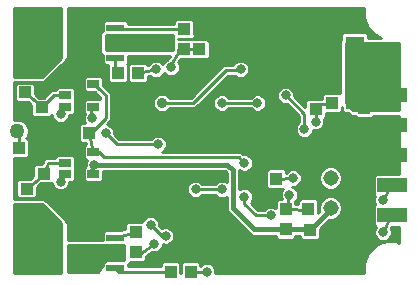
<source format=gbl>
G75*
%MOIN*%
%OFA0B0*%
%FSLAX25Y25*%
%IPPOS*%
%LPD*%
%AMOC8*
5,1,8,0,0,1.08239X$1,22.5*
%
%ADD10R,0.06299X0.07087*%
%ADD11R,0.03937X0.04331*%
%ADD12R,0.04331X0.03937*%
%ADD13R,0.10000X0.05000*%
%ADD14OC8,0.06000*%
%ADD15R,0.06000X0.02400*%
%ADD16C,0.05150*%
%ADD17R,0.03937X0.02756*%
%ADD18C,0.05000*%
%ADD19C,0.01000*%
%ADD20C,0.03569*%
%ADD21C,0.03175*%
%ADD22C,0.01600*%
%ADD23C,0.03962*%
D10*
X0115988Y0098997D03*
X0115988Y0107747D03*
X0127012Y0107747D03*
X0127012Y0098997D03*
D11*
X0126096Y0088997D03*
X0130250Y0087343D03*
X0130250Y0080650D03*
X0119404Y0088997D03*
X0100875Y0070468D03*
X0100875Y0063775D03*
X0104000Y0053593D03*
X0104000Y0046900D03*
X0111500Y0053775D03*
X0112125Y0046718D03*
X0112125Y0040025D03*
X0111500Y0060468D03*
X0072346Y0032747D03*
X0065654Y0032747D03*
X0054846Y0098997D03*
X0048154Y0098997D03*
D12*
X0038596Y0078997D03*
X0031904Y0078997D03*
X0021721Y0073997D03*
X0015029Y0073997D03*
X0023375Y0065468D03*
X0023375Y0058775D03*
X0017750Y0060468D03*
X0017750Y0053775D03*
X0022750Y0087525D03*
X0017125Y0092525D03*
X0022750Y0094218D03*
X0017125Y0099218D03*
X0070250Y0106900D03*
X0075250Y0106900D03*
X0075250Y0113593D03*
X0070250Y0113593D03*
X0114000Y0093593D03*
X0114000Y0086900D03*
X0054000Y0046093D03*
X0054000Y0039400D03*
D13*
X0139625Y0051497D03*
X0139625Y0061497D03*
X0139625Y0071497D03*
X0139625Y0081497D03*
X0139625Y0091497D03*
D14*
X0019000Y0111497D03*
X0019000Y0041497D03*
D15*
X0025700Y0043997D03*
X0025700Y0048997D03*
X0025700Y0038997D03*
X0025700Y0033997D03*
X0047300Y0033997D03*
X0047300Y0038997D03*
X0047300Y0043997D03*
X0047300Y0048997D03*
X0047300Y0103997D03*
X0047300Y0108997D03*
X0047300Y0113997D03*
X0047300Y0118997D03*
X0025700Y0118997D03*
X0025700Y0113997D03*
X0025700Y0108997D03*
X0025700Y0103997D03*
D16*
X0119000Y0073997D03*
X0119000Y0063997D03*
X0119000Y0053997D03*
D17*
X0039974Y0065257D03*
X0039974Y0072737D03*
X0030526Y0072737D03*
X0030526Y0068997D03*
X0030526Y0065257D03*
X0030526Y0087757D03*
X0030526Y0091497D03*
X0030526Y0095237D03*
X0039974Y0095237D03*
X0039974Y0087757D03*
D18*
X0014625Y0079622D03*
D19*
X0013500Y0055247D02*
X0013500Y0032247D01*
X0029000Y0032247D01*
X0029000Y0048997D01*
X0029000Y0032747D01*
X0014000Y0032747D01*
X0014000Y0055247D01*
X0022750Y0055247D01*
X0029000Y0048997D01*
X0022750Y0055247D01*
X0013500Y0055247D01*
X0013500Y0054707D02*
X0023290Y0054707D01*
X0024289Y0053708D02*
X0013500Y0053708D01*
X0013500Y0052710D02*
X0025287Y0052710D01*
X0026286Y0051711D02*
X0013500Y0051711D01*
X0013500Y0050712D02*
X0027284Y0050712D01*
X0028283Y0049714D02*
X0013500Y0049714D01*
X0013500Y0048715D02*
X0029000Y0048715D01*
X0029000Y0047717D02*
X0013500Y0047717D01*
X0013500Y0046718D02*
X0029000Y0046718D01*
X0029000Y0045720D02*
X0013500Y0045720D01*
X0013500Y0044721D02*
X0029000Y0044721D01*
X0029000Y0043723D02*
X0013500Y0043723D01*
X0013500Y0042724D02*
X0029000Y0042724D01*
X0029000Y0041726D02*
X0013500Y0041726D01*
X0013500Y0040727D02*
X0029000Y0040727D01*
X0029000Y0039729D02*
X0013500Y0039729D01*
X0013500Y0038730D02*
X0029000Y0038730D01*
X0029000Y0037732D02*
X0013500Y0037732D01*
X0013500Y0036733D02*
X0029000Y0036733D01*
X0029000Y0035735D02*
X0013500Y0035735D01*
X0013500Y0034736D02*
X0029000Y0034736D01*
X0029000Y0033738D02*
X0013500Y0033738D01*
X0013500Y0032739D02*
X0029000Y0032739D01*
X0031500Y0032747D02*
X0031500Y0041497D01*
X0050250Y0041497D01*
X0050250Y0036497D01*
X0044000Y0036497D01*
X0044000Y0036497D01*
X0040250Y0032747D01*
X0031500Y0032747D01*
X0041500Y0032747D01*
X0043000Y0034997D01*
X0043000Y0035735D01*
X0031500Y0035735D01*
X0031500Y0036733D02*
X0050250Y0036733D01*
X0050250Y0036497D02*
X0044000Y0036497D01*
X0043762Y0036497D01*
X0043000Y0035735D01*
X0042826Y0034736D02*
X0031500Y0034736D01*
X0031500Y0033738D02*
X0042161Y0033738D01*
X0047300Y0033997D02*
X0048550Y0032747D01*
X0065654Y0032747D01*
X0062385Y0034547D02*
X0062385Y0035451D01*
X0063147Y0036212D01*
X0068161Y0036212D01*
X0068922Y0035451D01*
X0068922Y0032247D01*
X0069078Y0032247D01*
X0069078Y0035451D01*
X0069839Y0036212D01*
X0074853Y0036212D01*
X0075615Y0035451D01*
X0075615Y0034695D01*
X0076114Y0035195D01*
X0077176Y0035634D01*
X0078324Y0035634D01*
X0079386Y0035195D01*
X0080198Y0034382D01*
X0080637Y0033321D01*
X0080637Y0032247D01*
X0130169Y0032247D01*
X0130169Y0035753D01*
X0131514Y0038999D01*
X0133998Y0041483D01*
X0137243Y0042827D01*
X0140757Y0042827D01*
X0141951Y0042333D01*
X0141951Y0047697D01*
X0139281Y0047697D01*
X0139068Y0047217D01*
X0139387Y0046446D01*
X0139387Y0045297D01*
X0138948Y0044236D01*
X0138136Y0043424D01*
X0137074Y0042984D01*
X0135926Y0042984D01*
X0134864Y0043424D01*
X0134052Y0044236D01*
X0133613Y0045297D01*
X0133613Y0046446D01*
X0134052Y0047507D01*
X0134242Y0047697D01*
X0134087Y0047697D01*
X0133325Y0048458D01*
X0133325Y0054535D01*
X0133935Y0055145D01*
X0133613Y0055922D01*
X0133613Y0057071D01*
X0133935Y0057849D01*
X0133325Y0058458D01*
X0133325Y0064535D01*
X0134087Y0065297D01*
X0141951Y0065297D01*
X0141951Y0084697D01*
X0133518Y0084697D01*
X0133518Y0084639D01*
X0132757Y0083878D01*
X0127743Y0083878D01*
X0126981Y0084639D01*
X0126981Y0084697D01*
X0125754Y0084697D01*
X0124920Y0085531D01*
X0123589Y0085531D01*
X0122828Y0086293D01*
X0122828Y0087623D01*
X0122672Y0087779D01*
X0122672Y0086293D01*
X0121911Y0085531D01*
X0117465Y0085531D01*
X0117465Y0084393D01*
X0116743Y0083671D01*
X0116887Y0083321D01*
X0116887Y0082172D01*
X0116448Y0081111D01*
X0115636Y0080299D01*
X0114574Y0079859D01*
X0113426Y0079859D01*
X0113137Y0079979D01*
X0113137Y0079672D01*
X0112698Y0078611D01*
X0111886Y0077799D01*
X0110824Y0077359D01*
X0109676Y0077359D01*
X0108614Y0077799D01*
X0107802Y0078611D01*
X0107363Y0079672D01*
X0107363Y0080821D01*
X0107802Y0081882D01*
X0108450Y0082530D01*
X0108450Y0084501D01*
X0104342Y0088609D01*
X0103426Y0088609D01*
X0102364Y0089049D01*
X0101552Y0089861D01*
X0101113Y0090922D01*
X0101113Y0092071D01*
X0101552Y0093132D01*
X0102364Y0093945D01*
X0103426Y0094384D01*
X0104574Y0094384D01*
X0105636Y0093945D01*
X0106448Y0093132D01*
X0106887Y0092071D01*
X0106887Y0091155D01*
X0110535Y0087508D01*
X0110535Y0089407D01*
X0111296Y0090169D01*
X0115385Y0090169D01*
X0116135Y0090290D01*
X0116135Y0091701D01*
X0116897Y0092462D01*
X0121911Y0092462D01*
X0122200Y0092173D01*
X0122200Y0109742D01*
X0122562Y0110105D01*
X0122562Y0111829D01*
X0123324Y0112590D01*
X0130700Y0112590D01*
X0131461Y0111829D01*
X0131461Y0110797D01*
X0135721Y0110797D01*
X0133998Y0111510D01*
X0131514Y0113995D01*
X0130169Y0117240D01*
X0130169Y0120707D01*
X0031500Y0120707D01*
X0031500Y0103997D01*
X0030800Y0103297D01*
X0030800Y0103251D01*
X0030000Y0102451D01*
X0030000Y0102258D01*
X0029238Y0101497D01*
X0029046Y0101497D01*
X0024550Y0097001D01*
X0023496Y0095947D01*
X0013500Y0095947D01*
X0013500Y0083269D01*
X0013869Y0083422D01*
X0015381Y0083422D01*
X0016778Y0082843D01*
X0017846Y0081774D01*
X0018425Y0080378D01*
X0018425Y0078866D01*
X0017846Y0077469D01*
X0017642Y0077265D01*
X0017732Y0077265D01*
X0018494Y0076504D01*
X0018494Y0071490D01*
X0017732Y0070728D01*
X0013500Y0070728D01*
X0013500Y0057047D01*
X0023496Y0057047D01*
X0029046Y0051497D01*
X0029238Y0051497D01*
X0030000Y0050735D01*
X0030000Y0050542D01*
X0030800Y0049742D01*
X0030800Y0049697D01*
X0031500Y0048997D01*
X0031500Y0043297D01*
X0043000Y0043297D01*
X0043000Y0045735D01*
X0043762Y0046497D01*
X0048836Y0046497D01*
X0050535Y0046980D01*
X0050535Y0048600D01*
X0051296Y0049362D01*
X0056285Y0049362D01*
X0056552Y0050007D01*
X0057364Y0050820D01*
X0058426Y0051259D01*
X0059574Y0051259D01*
X0060636Y0050820D01*
X0061448Y0050007D01*
X0061887Y0048946D01*
X0061887Y0048030D01*
X0062706Y0047211D01*
X0063426Y0047509D01*
X0064574Y0047509D01*
X0065636Y0047070D01*
X0066448Y0046257D01*
X0066887Y0045196D01*
X0066887Y0044047D01*
X0066448Y0042986D01*
X0065636Y0042174D01*
X0064574Y0041734D01*
X0063426Y0041734D01*
X0063137Y0041854D01*
X0063137Y0041547D01*
X0062698Y0040486D01*
X0061886Y0039674D01*
X0060824Y0039234D01*
X0059676Y0039234D01*
X0059383Y0039356D01*
X0057465Y0038052D01*
X0057465Y0036893D01*
X0056704Y0036132D01*
X0052050Y0036132D01*
X0052050Y0035751D01*
X0051600Y0035301D01*
X0051600Y0034547D01*
X0062385Y0034547D01*
X0062385Y0034736D02*
X0051600Y0034736D01*
X0052034Y0035735D02*
X0062669Y0035735D01*
X0058463Y0038730D02*
X0131402Y0038730D01*
X0130989Y0037732D02*
X0057465Y0037732D01*
X0057305Y0036733D02*
X0130575Y0036733D01*
X0130169Y0035735D02*
X0075331Y0035735D01*
X0075615Y0034736D02*
X0075656Y0034736D01*
X0077750Y0032747D02*
X0072346Y0032747D01*
X0069078Y0032739D02*
X0068922Y0032739D01*
X0068922Y0033738D02*
X0069078Y0033738D01*
X0069078Y0034736D02*
X0068922Y0034736D01*
X0068638Y0035735D02*
X0069362Y0035735D01*
X0062798Y0040727D02*
X0133242Y0040727D01*
X0132244Y0039729D02*
X0061941Y0039729D01*
X0063137Y0041726D02*
X0134584Y0041726D01*
X0134565Y0043723D02*
X0115102Y0043723D01*
X0115393Y0044014D02*
X0115393Y0047017D01*
X0118499Y0050122D01*
X0119771Y0050122D01*
X0121195Y0050712D01*
X0122285Y0051802D01*
X0122875Y0053226D01*
X0122875Y0054767D01*
X0122285Y0056192D01*
X0121195Y0057282D01*
X0119771Y0057872D01*
X0118229Y0057872D01*
X0116805Y0057282D01*
X0115715Y0056192D01*
X0115125Y0054767D01*
X0115125Y0053226D01*
X0115283Y0052846D01*
X0114768Y0052332D01*
X0114768Y0056479D01*
X0114007Y0057241D01*
X0108993Y0057241D01*
X0108231Y0056479D01*
X0108231Y0055160D01*
X0107268Y0055214D01*
X0107268Y0056297D01*
X0107264Y0056302D01*
X0107698Y0056736D01*
X0108137Y0057797D01*
X0108137Y0058946D01*
X0107698Y0060007D01*
X0106886Y0060820D01*
X0106186Y0061109D01*
X0107074Y0061109D01*
X0108136Y0061549D01*
X0108948Y0062361D01*
X0109387Y0063422D01*
X0109387Y0064571D01*
X0108948Y0065632D01*
X0108136Y0066445D01*
X0107074Y0066884D01*
X0105926Y0066884D01*
X0104864Y0066445D01*
X0104143Y0065724D01*
X0104143Y0066479D01*
X0103382Y0067241D01*
X0098368Y0067241D01*
X0097606Y0066479D01*
X0097606Y0061071D01*
X0098368Y0060310D01*
X0103105Y0060310D01*
X0102802Y0060007D01*
X0102363Y0058946D01*
X0102363Y0057797D01*
X0102669Y0057059D01*
X0101493Y0057059D01*
X0100731Y0056297D01*
X0100731Y0053849D01*
X0100636Y0053945D01*
X0099574Y0054384D01*
X0098426Y0054384D01*
X0097364Y0053945D01*
X0096717Y0053297D01*
X0094746Y0053297D01*
X0092314Y0055728D01*
X0092698Y0056111D01*
X0093137Y0057172D01*
X0093137Y0058321D01*
X0092698Y0059382D01*
X0091886Y0060195D01*
X0090824Y0060634D01*
X0089676Y0060634D01*
X0088614Y0060195D01*
X0088600Y0060180D01*
X0088600Y0066563D01*
X0088614Y0066549D01*
X0089676Y0066109D01*
X0090824Y0066109D01*
X0091886Y0066549D01*
X0092698Y0067361D01*
X0093137Y0068422D01*
X0093137Y0069571D01*
X0092698Y0070632D01*
X0091886Y0071445D01*
X0090824Y0071884D01*
X0089908Y0071884D01*
X0089121Y0072672D01*
X0062828Y0072672D01*
X0063136Y0072799D01*
X0063948Y0073611D01*
X0064387Y0074672D01*
X0064387Y0075821D01*
X0063948Y0076882D01*
X0063136Y0077695D01*
X0062074Y0078134D01*
X0060926Y0078134D01*
X0059864Y0077695D01*
X0059217Y0077047D01*
X0048496Y0077047D01*
X0046887Y0078655D01*
X0046887Y0079571D01*
X0046448Y0080632D01*
X0045636Y0081445D01*
X0044574Y0081884D01*
X0044433Y0081884D01*
X0045800Y0083251D01*
X0045800Y0092242D01*
X0044746Y0093297D01*
X0043243Y0094799D01*
X0043243Y0097153D01*
X0042481Y0097915D01*
X0037467Y0097915D01*
X0036706Y0097153D01*
X0036706Y0093320D01*
X0037467Y0092559D01*
X0040392Y0092559D01*
X0042200Y0090751D01*
X0042200Y0090435D01*
X0037467Y0090435D01*
X0036706Y0089673D01*
X0036706Y0085840D01*
X0037100Y0085446D01*
X0036738Y0084571D01*
X0036738Y0083422D01*
X0037177Y0082361D01*
X0037273Y0082265D01*
X0035893Y0082265D01*
X0035131Y0081504D01*
X0035131Y0076490D01*
X0035893Y0075728D01*
X0037379Y0075728D01*
X0037443Y0075390D01*
X0036706Y0074653D01*
X0036706Y0070820D01*
X0037467Y0070059D01*
X0037854Y0070059D01*
X0037802Y0070007D01*
X0037363Y0068946D01*
X0037363Y0067830D01*
X0036706Y0067173D01*
X0036706Y0063340D01*
X0037467Y0062579D01*
X0042481Y0062579D01*
X0043243Y0063340D01*
X0043243Y0066272D01*
X0083755Y0066272D01*
X0084400Y0065627D01*
X0084400Y0062680D01*
X0084386Y0062695D01*
X0083324Y0063134D01*
X0082176Y0063134D01*
X0081114Y0062695D01*
X0080467Y0062047D01*
X0076283Y0062047D01*
X0075636Y0062695D01*
X0074574Y0063134D01*
X0073426Y0063134D01*
X0072364Y0062695D01*
X0071552Y0061882D01*
X0071113Y0060821D01*
X0071113Y0059672D01*
X0071552Y0058611D01*
X0072364Y0057799D01*
X0073426Y0057359D01*
X0074574Y0057359D01*
X0075636Y0057799D01*
X0076283Y0058447D01*
X0080467Y0058447D01*
X0081114Y0057799D01*
X0082176Y0057359D01*
X0083324Y0057359D01*
X0084386Y0057799D01*
X0084400Y0057813D01*
X0084400Y0053127D01*
X0085630Y0051897D01*
X0091496Y0046030D01*
X0092727Y0044800D01*
X0100731Y0044800D01*
X0100731Y0044196D01*
X0101493Y0043435D01*
X0106507Y0043435D01*
X0107268Y0044196D01*
X0107268Y0044800D01*
X0108856Y0044800D01*
X0108856Y0044014D01*
X0109618Y0043253D01*
X0114632Y0043253D01*
X0115393Y0044014D01*
X0115393Y0044721D02*
X0133851Y0044721D01*
X0133613Y0045720D02*
X0115393Y0045720D01*
X0115393Y0046718D02*
X0133725Y0046718D01*
X0134066Y0047717D02*
X0116094Y0047717D01*
X0117092Y0048715D02*
X0133325Y0048715D01*
X0133325Y0049714D02*
X0118091Y0049714D01*
X0121196Y0050712D02*
X0133325Y0050712D01*
X0133325Y0051711D02*
X0122194Y0051711D01*
X0122661Y0052710D02*
X0133325Y0052710D01*
X0133325Y0053708D02*
X0122875Y0053708D01*
X0122875Y0054707D02*
X0133496Y0054707D01*
X0133703Y0055705D02*
X0122486Y0055705D01*
X0121773Y0056704D02*
X0133613Y0056704D01*
X0133874Y0057702D02*
X0120180Y0057702D01*
X0117820Y0057702D02*
X0108098Y0057702D01*
X0108137Y0058701D02*
X0133325Y0058701D01*
X0133325Y0059699D02*
X0107825Y0059699D01*
X0107008Y0060698D02*
X0116839Y0060698D01*
X0116805Y0060712D02*
X0118229Y0060122D01*
X0119771Y0060122D01*
X0121195Y0060712D01*
X0122285Y0061802D01*
X0122875Y0063226D01*
X0122875Y0064767D01*
X0122285Y0066192D01*
X0121195Y0067282D01*
X0119771Y0067872D01*
X0118229Y0067872D01*
X0116805Y0067282D01*
X0115715Y0066192D01*
X0115125Y0064767D01*
X0115125Y0063226D01*
X0115715Y0061802D01*
X0116805Y0060712D01*
X0115821Y0061696D02*
X0108283Y0061696D01*
X0109086Y0062695D02*
X0115345Y0062695D01*
X0115125Y0063693D02*
X0109387Y0063693D01*
X0109337Y0064692D02*
X0115125Y0064692D01*
X0115507Y0065690D02*
X0108890Y0065690D01*
X0107546Y0066689D02*
X0116212Y0066689D01*
X0117784Y0067687D02*
X0092833Y0067687D01*
X0093137Y0068686D02*
X0141951Y0068686D01*
X0141951Y0069684D02*
X0093091Y0069684D01*
X0092647Y0070683D02*
X0141951Y0070683D01*
X0141951Y0071681D02*
X0091314Y0071681D01*
X0090250Y0068997D02*
X0088375Y0070872D01*
X0043596Y0070872D01*
X0041731Y0072737D01*
X0039974Y0072737D01*
X0039846Y0072343D01*
X0038596Y0078997D01*
X0039000Y0078997D01*
X0044000Y0083997D01*
X0044000Y0091497D01*
X0041441Y0094056D01*
X0039974Y0095237D01*
X0042754Y0097643D02*
X0044885Y0097643D01*
X0044885Y0098641D02*
X0026190Y0098641D01*
X0027188Y0099640D02*
X0044885Y0099640D01*
X0044885Y0100638D02*
X0028187Y0100638D01*
X0029378Y0101637D02*
X0043622Y0101637D01*
X0043762Y0101497D02*
X0044885Y0101497D01*
X0044885Y0096293D01*
X0045647Y0095531D01*
X0050661Y0095531D01*
X0051422Y0096293D01*
X0051422Y0101701D01*
X0051232Y0101890D01*
X0051600Y0102258D01*
X0051600Y0104697D01*
X0065395Y0104697D01*
X0064603Y0103470D01*
X0064239Y0103320D01*
X0063427Y0102507D01*
X0063214Y0101992D01*
X0062511Y0102695D01*
X0061449Y0103134D01*
X0060301Y0103134D01*
X0059239Y0102695D01*
X0058427Y0101882D01*
X0058289Y0101549D01*
X0058115Y0101513D01*
X0058115Y0101701D01*
X0057353Y0102462D01*
X0052339Y0102462D01*
X0051578Y0101701D01*
X0051578Y0096293D01*
X0052339Y0095531D01*
X0057353Y0095531D01*
X0058115Y0096293D01*
X0058115Y0097836D01*
X0059015Y0098023D01*
X0059239Y0097799D01*
X0060301Y0097359D01*
X0061449Y0097359D01*
X0062511Y0097799D01*
X0063323Y0098611D01*
X0063536Y0099127D01*
X0064239Y0098424D01*
X0065301Y0097984D01*
X0066449Y0097984D01*
X0067511Y0098424D01*
X0068323Y0099236D01*
X0068762Y0100297D01*
X0068762Y0101446D01*
X0068323Y0102507D01*
X0068289Y0102541D01*
X0068993Y0103632D01*
X0077954Y0103632D01*
X0078715Y0104393D01*
X0078715Y0109407D01*
X0077954Y0110169D01*
X0068300Y0110169D01*
X0068300Y0110325D01*
X0072954Y0110325D01*
X0073715Y0111086D01*
X0073715Y0116100D01*
X0072954Y0116862D01*
X0067546Y0116862D01*
X0066785Y0116100D01*
X0066785Y0115393D01*
X0051600Y0115393D01*
X0051600Y0115735D01*
X0050838Y0116497D01*
X0043762Y0116497D01*
X0043000Y0115735D01*
X0043000Y0113042D01*
X0042200Y0112242D01*
X0042200Y0105751D01*
X0043000Y0104951D01*
X0043000Y0102258D01*
X0043762Y0101497D01*
X0043000Y0102635D02*
X0030184Y0102635D01*
X0031137Y0103634D02*
X0043000Y0103634D01*
X0043000Y0104632D02*
X0031500Y0104632D01*
X0031500Y0105631D02*
X0042321Y0105631D01*
X0042200Y0106629D02*
X0031500Y0106629D01*
X0031500Y0107628D02*
X0042200Y0107628D01*
X0042200Y0108626D02*
X0031500Y0108626D01*
X0031500Y0109625D02*
X0042200Y0109625D01*
X0042200Y0110623D02*
X0031500Y0110623D01*
X0031500Y0111622D02*
X0042200Y0111622D01*
X0042578Y0112620D02*
X0031500Y0112620D01*
X0031500Y0113619D02*
X0043000Y0113619D01*
X0043000Y0114617D02*
X0031500Y0114617D01*
X0031500Y0115616D02*
X0043000Y0115616D01*
X0044000Y0111497D02*
X0065250Y0111497D01*
X0065250Y0106497D01*
X0044000Y0106497D01*
X0044000Y0110247D01*
X0044000Y0110623D02*
X0066500Y0110623D01*
X0066500Y0111497D02*
X0066500Y0107747D01*
X0066500Y0107792D02*
X0066354Y0107646D01*
X0066354Y0106497D01*
X0044000Y0106497D01*
X0044000Y0111497D01*
X0066500Y0111497D01*
X0066500Y0107792D01*
X0066354Y0107628D02*
X0044000Y0107628D01*
X0044000Y0108626D02*
X0066500Y0108626D01*
X0066500Y0109625D02*
X0044000Y0109625D01*
X0044000Y0106629D02*
X0066354Y0106629D01*
X0068154Y0106900D02*
X0068154Y0105650D01*
X0065875Y0102122D01*
X0065875Y0100872D01*
X0068490Y0099640D02*
X0081251Y0099640D01*
X0082200Y0100589D02*
X0072408Y0090797D01*
X0065312Y0090797D01*
X0064497Y0091611D01*
X0063363Y0092081D01*
X0062136Y0092081D01*
X0061003Y0091611D01*
X0060135Y0090744D01*
X0059666Y0089610D01*
X0059666Y0088383D01*
X0060135Y0087250D01*
X0061003Y0086382D01*
X0062136Y0085912D01*
X0063363Y0085912D01*
X0064497Y0086382D01*
X0065312Y0087197D01*
X0073899Y0087197D01*
X0084746Y0098043D01*
X0087120Y0098043D01*
X0087364Y0097799D01*
X0088426Y0097359D01*
X0089574Y0097359D01*
X0090636Y0097799D01*
X0091448Y0098611D01*
X0091887Y0099672D01*
X0091887Y0100821D01*
X0091448Y0101882D01*
X0090636Y0102695D01*
X0089574Y0103134D01*
X0088426Y0103134D01*
X0087364Y0102695D01*
X0086552Y0101882D01*
X0086453Y0101643D01*
X0083254Y0101643D01*
X0082200Y0100589D01*
X0082249Y0100638D02*
X0068762Y0100638D01*
X0068683Y0101637D02*
X0083248Y0101637D01*
X0084000Y0099843D02*
X0088596Y0099843D01*
X0089000Y0100247D01*
X0091550Y0101637D02*
X0122200Y0101637D01*
X0122200Y0102635D02*
X0090695Y0102635D01*
X0091887Y0100638D02*
X0122200Y0100638D01*
X0122200Y0099640D02*
X0091874Y0099640D01*
X0091460Y0098641D02*
X0122200Y0098641D01*
X0122200Y0097643D02*
X0090258Y0097643D01*
X0087742Y0097643D02*
X0084345Y0097643D01*
X0083346Y0096644D02*
X0122200Y0096644D01*
X0122200Y0095646D02*
X0082348Y0095646D01*
X0081349Y0094647D02*
X0122200Y0094647D01*
X0122200Y0093648D02*
X0105932Y0093648D01*
X0106648Y0092650D02*
X0122200Y0092650D01*
X0124000Y0092650D02*
X0141951Y0092650D01*
X0141951Y0093648D02*
X0124000Y0093648D01*
X0124000Y0094647D02*
X0141951Y0094647D01*
X0141951Y0095646D02*
X0124000Y0095646D01*
X0124000Y0096644D02*
X0141951Y0096644D01*
X0141951Y0097643D02*
X0124000Y0097643D01*
X0124000Y0098641D02*
X0141951Y0098641D01*
X0141951Y0099640D02*
X0124000Y0099640D01*
X0124000Y0100638D02*
X0141951Y0100638D01*
X0141951Y0101637D02*
X0124000Y0101637D01*
X0124000Y0102635D02*
X0141951Y0102635D01*
X0141951Y0103634D02*
X0124000Y0103634D01*
X0124000Y0104632D02*
X0141951Y0104632D01*
X0141951Y0105631D02*
X0124000Y0105631D01*
X0124000Y0106629D02*
X0141951Y0106629D01*
X0141951Y0107628D02*
X0124000Y0107628D01*
X0124000Y0108626D02*
X0141951Y0108626D01*
X0141951Y0108997D02*
X0141951Y0086497D01*
X0126500Y0086497D01*
X0141500Y0086497D01*
X0141500Y0108997D01*
X0124000Y0108997D01*
X0124000Y0088997D01*
X0126500Y0086497D01*
X0124000Y0088997D01*
X0124000Y0108997D01*
X0141951Y0108997D01*
X0133887Y0111622D02*
X0131461Y0111622D01*
X0132888Y0112620D02*
X0073715Y0112620D01*
X0073715Y0111622D02*
X0122562Y0111622D01*
X0122562Y0110623D02*
X0073252Y0110623D01*
X0073715Y0113619D02*
X0131890Y0113619D01*
X0131256Y0114617D02*
X0073715Y0114617D01*
X0073715Y0115616D02*
X0130842Y0115616D01*
X0130429Y0116614D02*
X0073201Y0116614D01*
X0070250Y0113593D02*
X0047300Y0113593D01*
X0047300Y0113997D01*
X0051600Y0115616D02*
X0066785Y0115616D01*
X0067299Y0116614D02*
X0031500Y0116614D01*
X0031500Y0117613D02*
X0130169Y0117613D01*
X0130169Y0118611D02*
X0031500Y0118611D01*
X0031500Y0119610D02*
X0130169Y0119610D01*
X0130169Y0120608D02*
X0031500Y0120608D01*
X0029000Y0120608D02*
X0013500Y0120608D01*
X0013500Y0120707D02*
X0029000Y0120707D01*
X0029000Y0103997D01*
X0022750Y0097747D01*
X0014000Y0097747D01*
X0014000Y0120247D01*
X0029000Y0120247D01*
X0029000Y0103997D01*
X0022750Y0097747D01*
X0013500Y0097747D01*
X0013500Y0120707D01*
X0013500Y0119610D02*
X0029000Y0119610D01*
X0029000Y0118611D02*
X0013500Y0118611D01*
X0013500Y0117613D02*
X0029000Y0117613D01*
X0029000Y0116614D02*
X0013500Y0116614D01*
X0013500Y0115616D02*
X0029000Y0115616D01*
X0029000Y0114617D02*
X0013500Y0114617D01*
X0013500Y0113619D02*
X0029000Y0113619D01*
X0029000Y0112620D02*
X0013500Y0112620D01*
X0013500Y0111622D02*
X0029000Y0111622D01*
X0029000Y0110623D02*
X0013500Y0110623D01*
X0013500Y0109625D02*
X0029000Y0109625D01*
X0029000Y0108626D02*
X0013500Y0108626D01*
X0013500Y0107628D02*
X0029000Y0107628D01*
X0029000Y0106629D02*
X0013500Y0106629D01*
X0013500Y0105631D02*
X0029000Y0105631D01*
X0029000Y0104632D02*
X0013500Y0104632D01*
X0013500Y0103634D02*
X0028637Y0103634D01*
X0027638Y0102635D02*
X0013500Y0102635D01*
X0013500Y0101637D02*
X0026640Y0101637D01*
X0025641Y0100638D02*
X0013500Y0100638D01*
X0013500Y0099640D02*
X0024643Y0099640D01*
X0023644Y0098641D02*
X0013500Y0098641D01*
X0014421Y0095794D02*
X0013660Y0095032D01*
X0013660Y0090018D01*
X0014421Y0089257D01*
X0018093Y0089257D01*
X0019285Y0088197D01*
X0019285Y0085018D01*
X0020046Y0084257D01*
X0025454Y0084257D01*
X0026113Y0084916D01*
X0026113Y0084672D01*
X0026552Y0083611D01*
X0027364Y0082799D01*
X0028426Y0082359D01*
X0029574Y0082359D01*
X0030636Y0082799D01*
X0031448Y0083611D01*
X0031887Y0084672D01*
X0031887Y0085079D01*
X0033033Y0085079D01*
X0033794Y0085840D01*
X0033794Y0093413D01*
X0033033Y0094175D01*
X0028019Y0094175D01*
X0027257Y0093413D01*
X0027257Y0093297D01*
X0025976Y0093297D01*
X0024921Y0092242D01*
X0023473Y0090794D01*
X0021782Y0090794D01*
X0020590Y0091853D01*
X0020590Y0095032D01*
X0019829Y0095794D01*
X0014421Y0095794D01*
X0014273Y0095646D02*
X0013500Y0095646D01*
X0013500Y0094647D02*
X0013660Y0094647D01*
X0013660Y0093648D02*
X0013500Y0093648D01*
X0013500Y0092650D02*
X0013660Y0092650D01*
X0013660Y0091651D02*
X0013500Y0091651D01*
X0013500Y0090653D02*
X0013660Y0090653D01*
X0013500Y0089654D02*
X0014023Y0089654D01*
X0013500Y0088656D02*
X0018769Y0088656D01*
X0019285Y0087657D02*
X0013500Y0087657D01*
X0013500Y0086659D02*
X0019285Y0086659D01*
X0019285Y0085660D02*
X0013500Y0085660D01*
X0013500Y0084662D02*
X0019641Y0084662D01*
X0016956Y0082665D02*
X0027688Y0082665D01*
X0026531Y0083663D02*
X0013500Y0083663D01*
X0014625Y0079622D02*
X0015029Y0079218D01*
X0015029Y0073997D01*
X0013500Y0070683D02*
X0023987Y0070683D01*
X0024101Y0070797D02*
X0023828Y0070524D01*
X0023472Y0070378D01*
X0023322Y0070018D01*
X0023046Y0069742D01*
X0023046Y0069357D01*
X0022788Y0068737D01*
X0020671Y0068737D01*
X0019910Y0067975D01*
X0019910Y0064796D01*
X0018718Y0063737D01*
X0015046Y0063737D01*
X0014285Y0062975D01*
X0014285Y0057961D01*
X0015046Y0057200D01*
X0020454Y0057200D01*
X0021215Y0057961D01*
X0021215Y0061140D01*
X0022407Y0062200D01*
X0026079Y0062200D01*
X0026113Y0062233D01*
X0026113Y0062172D01*
X0026552Y0061111D01*
X0027364Y0060299D01*
X0028426Y0059859D01*
X0029574Y0059859D01*
X0030636Y0060299D01*
X0031448Y0061111D01*
X0031887Y0062172D01*
X0031887Y0062579D01*
X0033033Y0062579D01*
X0033794Y0063340D01*
X0033794Y0070913D01*
X0033033Y0071675D01*
X0028019Y0071675D01*
X0027257Y0070913D01*
X0027257Y0070797D01*
X0025207Y0070797D01*
X0024851Y0070945D01*
X0024491Y0070797D01*
X0024101Y0070797D01*
X0023046Y0069684D02*
X0013500Y0069684D01*
X0013500Y0068686D02*
X0020620Y0068686D01*
X0019910Y0067687D02*
X0013500Y0067687D01*
X0013500Y0066689D02*
X0019910Y0066689D01*
X0019910Y0065690D02*
X0013500Y0065690D01*
X0013500Y0064692D02*
X0019792Y0064692D01*
X0021841Y0061696D02*
X0026310Y0061696D01*
X0026966Y0060698D02*
X0021215Y0060698D01*
X0021215Y0059699D02*
X0071113Y0059699D01*
X0071113Y0060698D02*
X0031034Y0060698D01*
X0031690Y0061696D02*
X0071475Y0061696D01*
X0072365Y0062695D02*
X0042597Y0062695D01*
X0043243Y0063693D02*
X0084400Y0063693D01*
X0084385Y0062695D02*
X0084400Y0062695D01*
X0082750Y0060247D02*
X0074000Y0060247D01*
X0075635Y0062695D02*
X0081115Y0062695D01*
X0084400Y0064692D02*
X0043243Y0064692D01*
X0043243Y0065690D02*
X0084337Y0065690D01*
X0088600Y0065690D02*
X0097606Y0065690D01*
X0097606Y0064692D02*
X0088600Y0064692D01*
X0088600Y0063693D02*
X0097606Y0063693D01*
X0097606Y0062695D02*
X0088600Y0062695D01*
X0088600Y0061696D02*
X0097606Y0061696D01*
X0097980Y0060698D02*
X0088600Y0060698D01*
X0090250Y0057747D02*
X0090250Y0055247D01*
X0094000Y0051497D01*
X0099000Y0051497D01*
X0097128Y0053708D02*
X0094334Y0053708D01*
X0093336Y0054707D02*
X0100731Y0054707D01*
X0100731Y0055705D02*
X0092337Y0055705D01*
X0092943Y0056704D02*
X0101138Y0056704D01*
X0102402Y0057702D02*
X0093137Y0057702D01*
X0092980Y0058701D02*
X0102363Y0058701D01*
X0102675Y0059699D02*
X0092381Y0059699D01*
X0092025Y0066689D02*
X0097816Y0066689D01*
X0100875Y0063775D02*
X0106500Y0063997D01*
X0105454Y0066689D02*
X0103934Y0066689D01*
X0105250Y0058372D02*
X0105250Y0057747D01*
X0104000Y0053593D01*
X0111943Y0053150D01*
X0111500Y0053775D01*
X0108231Y0055705D02*
X0107268Y0055705D01*
X0107665Y0056704D02*
X0108456Y0056704D01*
X0114544Y0056704D02*
X0116227Y0056704D01*
X0115514Y0055705D02*
X0114768Y0055705D01*
X0114768Y0054707D02*
X0115125Y0054707D01*
X0115125Y0053708D02*
X0114768Y0053708D01*
X0114768Y0052710D02*
X0115146Y0052710D01*
X0119000Y0053593D02*
X0119000Y0053997D01*
X0121161Y0060698D02*
X0133325Y0060698D01*
X0133325Y0061696D02*
X0122179Y0061696D01*
X0122655Y0062695D02*
X0133325Y0062695D01*
X0133325Y0063693D02*
X0122875Y0063693D01*
X0122875Y0064692D02*
X0133481Y0064692D01*
X0139000Y0061497D02*
X0136500Y0056497D01*
X0139000Y0061497D02*
X0139625Y0061497D01*
X0141951Y0065690D02*
X0122493Y0065690D01*
X0121788Y0066689D02*
X0141951Y0066689D01*
X0141951Y0067687D02*
X0120216Y0067687D01*
X0111580Y0077672D02*
X0141951Y0077672D01*
X0141951Y0076674D02*
X0064034Y0076674D01*
X0064387Y0075675D02*
X0141951Y0075675D01*
X0141951Y0074677D02*
X0064387Y0074677D01*
X0063976Y0073678D02*
X0141951Y0073678D01*
X0141951Y0072680D02*
X0062848Y0072680D01*
X0061500Y0075247D02*
X0047750Y0075247D01*
X0044000Y0078997D01*
X0045100Y0081666D02*
X0107713Y0081666D01*
X0107363Y0080668D02*
X0046412Y0080668D01*
X0046847Y0079669D02*
X0107364Y0079669D01*
X0107777Y0078671D02*
X0046887Y0078671D01*
X0047870Y0077672D02*
X0059842Y0077672D01*
X0063158Y0077672D02*
X0108920Y0077672D01*
X0110250Y0080247D02*
X0110250Y0085247D01*
X0104000Y0091497D01*
X0101352Y0092650D02*
X0079352Y0092650D01*
X0078354Y0091651D02*
X0081614Y0091651D01*
X0081114Y0091445D02*
X0080302Y0090632D01*
X0079863Y0089571D01*
X0079863Y0088422D01*
X0080302Y0087361D01*
X0081114Y0086549D01*
X0082176Y0086109D01*
X0083324Y0086109D01*
X0084386Y0086549D01*
X0085033Y0087197D01*
X0092342Y0087197D01*
X0092989Y0086549D01*
X0094051Y0086109D01*
X0095199Y0086109D01*
X0096261Y0086549D01*
X0097073Y0087361D01*
X0097512Y0088422D01*
X0097512Y0089571D01*
X0097073Y0090632D01*
X0096261Y0091445D01*
X0095199Y0091884D01*
X0094051Y0091884D01*
X0092989Y0091445D01*
X0092342Y0090797D01*
X0085033Y0090797D01*
X0084386Y0091445D01*
X0083324Y0091884D01*
X0082176Y0091884D01*
X0081114Y0091445D01*
X0080323Y0090653D02*
X0077355Y0090653D01*
X0076357Y0089654D02*
X0079897Y0089654D01*
X0079863Y0088656D02*
X0075358Y0088656D01*
X0074360Y0087657D02*
X0080179Y0087657D01*
X0081004Y0086659D02*
X0064774Y0086659D01*
X0062750Y0088997D02*
X0073154Y0088997D01*
X0084000Y0099843D01*
X0080252Y0098641D02*
X0067728Y0098641D01*
X0064022Y0098641D02*
X0063335Y0098641D01*
X0062133Y0097643D02*
X0079254Y0097643D01*
X0078255Y0096644D02*
X0058115Y0096644D01*
X0058115Y0097643D02*
X0059617Y0097643D01*
X0057468Y0095646D02*
X0077257Y0095646D01*
X0076258Y0094647D02*
X0043395Y0094647D01*
X0043243Y0095646D02*
X0045532Y0095646D01*
X0044885Y0096644D02*
X0043243Y0096644D01*
X0044394Y0093648D02*
X0075260Y0093648D01*
X0074261Y0092650D02*
X0045392Y0092650D01*
X0045800Y0091651D02*
X0061100Y0091651D01*
X0060098Y0090653D02*
X0045800Y0090653D01*
X0045800Y0089654D02*
X0059684Y0089654D01*
X0059666Y0088656D02*
X0045800Y0088656D01*
X0045800Y0087657D02*
X0059966Y0087657D01*
X0060726Y0086659D02*
X0045800Y0086659D01*
X0045800Y0085660D02*
X0107291Y0085660D01*
X0108289Y0084662D02*
X0045800Y0084662D01*
X0045800Y0083663D02*
X0108450Y0083663D01*
X0108450Y0082665D02*
X0045214Y0082665D01*
X0039974Y0087757D02*
X0039000Y0087447D01*
X0039625Y0083997D01*
X0037051Y0082665D02*
X0030312Y0082665D01*
X0031469Y0083663D02*
X0036738Y0083663D01*
X0036775Y0084662D02*
X0031883Y0084662D01*
X0033614Y0085660D02*
X0036886Y0085660D01*
X0036706Y0086659D02*
X0033794Y0086659D01*
X0033794Y0087657D02*
X0036706Y0087657D01*
X0036706Y0088656D02*
X0033794Y0088656D01*
X0033794Y0089654D02*
X0036706Y0089654D01*
X0033794Y0090653D02*
X0042200Y0090653D01*
X0041300Y0091651D02*
X0033794Y0091651D01*
X0033794Y0092650D02*
X0037376Y0092650D01*
X0036706Y0093648D02*
X0033559Y0093648D01*
X0036706Y0094647D02*
X0020590Y0094647D01*
X0020590Y0093648D02*
X0027492Y0093648D01*
X0025329Y0092650D02*
X0020590Y0092650D01*
X0020817Y0091651D02*
X0024331Y0091651D01*
X0024921Y0092242D02*
X0024921Y0092242D01*
X0026721Y0091497D02*
X0030526Y0091497D01*
X0030526Y0087757D02*
X0028616Y0086113D01*
X0029000Y0085247D01*
X0026117Y0084662D02*
X0025859Y0084662D01*
X0022750Y0087525D02*
X0026721Y0091497D01*
X0022750Y0087525D02*
X0017125Y0092525D01*
X0019977Y0095646D02*
X0036706Y0095646D01*
X0036706Y0096644D02*
X0024193Y0096644D01*
X0025191Y0097643D02*
X0037195Y0097643D01*
X0047300Y0099850D02*
X0048154Y0098997D01*
X0047300Y0099850D02*
X0047300Y0103997D01*
X0051600Y0103634D02*
X0064709Y0103634D01*
X0065353Y0104632D02*
X0051600Y0104632D01*
X0051600Y0102635D02*
X0059180Y0102635D01*
X0058325Y0101637D02*
X0058115Y0101637D01*
X0060875Y0100247D02*
X0054846Y0098997D01*
X0051578Y0098641D02*
X0051422Y0098641D01*
X0051422Y0097643D02*
X0051578Y0097643D01*
X0051578Y0096644D02*
X0051422Y0096644D01*
X0050775Y0095646D02*
X0052225Y0095646D01*
X0051578Y0099640D02*
X0051422Y0099640D01*
X0051422Y0100638D02*
X0051578Y0100638D01*
X0051578Y0101637D02*
X0051422Y0101637D01*
X0062570Y0102635D02*
X0063555Y0102635D01*
X0068349Y0102635D02*
X0087305Y0102635D01*
X0078715Y0104632D02*
X0122200Y0104632D01*
X0122200Y0103634D02*
X0077956Y0103634D01*
X0078715Y0105631D02*
X0122200Y0105631D01*
X0122200Y0106629D02*
X0078715Y0106629D01*
X0078715Y0107628D02*
X0122200Y0107628D01*
X0122200Y0108626D02*
X0078715Y0108626D01*
X0078498Y0109625D02*
X0122200Y0109625D01*
X0124000Y0091651D02*
X0141951Y0091651D01*
X0141951Y0090653D02*
X0124000Y0090653D01*
X0124000Y0089654D02*
X0141951Y0089654D01*
X0141951Y0088656D02*
X0124341Y0088656D01*
X0125339Y0087657D02*
X0141951Y0087657D01*
X0141951Y0086659D02*
X0126338Y0086659D01*
X0126981Y0084662D02*
X0117465Y0084662D01*
X0116746Y0083663D02*
X0141951Y0083663D01*
X0141951Y0082665D02*
X0116887Y0082665D01*
X0116678Y0081666D02*
X0141951Y0081666D01*
X0141951Y0080668D02*
X0116005Y0080668D01*
X0114000Y0082747D02*
X0114000Y0086900D01*
X0114182Y0088150D01*
X0119404Y0088997D01*
X0122672Y0087657D02*
X0122794Y0087657D01*
X0122828Y0086659D02*
X0122672Y0086659D01*
X0122040Y0085660D02*
X0123460Y0085660D01*
X0116135Y0090653D02*
X0107389Y0090653D01*
X0106887Y0091651D02*
X0116135Y0091651D01*
X0110782Y0089654D02*
X0108388Y0089654D01*
X0109386Y0088656D02*
X0110535Y0088656D01*
X0110535Y0087657D02*
X0110385Y0087657D01*
X0106292Y0086659D02*
X0096371Y0086659D01*
X0097196Y0087657D02*
X0105294Y0087657D01*
X0103313Y0088656D02*
X0097512Y0088656D01*
X0097478Y0089654D02*
X0101759Y0089654D01*
X0101224Y0090653D02*
X0097052Y0090653D01*
X0095761Y0091651D02*
X0101113Y0091651D01*
X0102068Y0093648D02*
X0080351Y0093648D01*
X0083886Y0091651D02*
X0093489Y0091651D01*
X0094625Y0088997D02*
X0082750Y0088997D01*
X0084496Y0086659D02*
X0092879Y0086659D01*
X0073263Y0091651D02*
X0064400Y0091651D01*
X0068154Y0106900D02*
X0070250Y0106900D01*
X0075250Y0106900D01*
X0113136Y0079669D02*
X0141951Y0079669D01*
X0141951Y0078671D02*
X0112723Y0078671D01*
X0133518Y0084662D02*
X0141951Y0084662D01*
X0139625Y0051497D02*
X0139000Y0051497D01*
X0136500Y0045872D01*
X0139149Y0044721D02*
X0141951Y0044721D01*
X0141951Y0043723D02*
X0138435Y0043723D01*
X0136995Y0042724D02*
X0066186Y0042724D01*
X0066753Y0043723D02*
X0101205Y0043723D01*
X0100731Y0044721D02*
X0066887Y0044721D01*
X0066670Y0045720D02*
X0091807Y0045720D01*
X0091496Y0046030D02*
X0091496Y0046030D01*
X0090808Y0046718D02*
X0065987Y0046718D01*
X0064000Y0044622D02*
X0062750Y0044622D01*
X0059000Y0048372D01*
X0060743Y0050712D02*
X0086814Y0050712D01*
X0087813Y0049714D02*
X0061569Y0049714D01*
X0061887Y0048715D02*
X0088811Y0048715D01*
X0089810Y0047717D02*
X0062200Y0047717D01*
X0057257Y0050712D02*
X0030000Y0050712D01*
X0030800Y0049714D02*
X0056431Y0049714D01*
X0054000Y0046093D02*
X0045204Y0043593D01*
X0047300Y0043997D01*
X0049616Y0046718D02*
X0031500Y0046718D01*
X0031500Y0045720D02*
X0043000Y0045720D01*
X0043000Y0044721D02*
X0031500Y0044721D01*
X0031500Y0043723D02*
X0043000Y0043723D01*
X0050250Y0041497D02*
X0050250Y0036497D01*
X0050250Y0037732D02*
X0031500Y0037732D01*
X0031500Y0038730D02*
X0050250Y0038730D01*
X0050250Y0039729D02*
X0031500Y0039729D01*
X0031500Y0040727D02*
X0050250Y0040727D01*
X0050250Y0041497D02*
X0031500Y0041497D01*
X0031500Y0032747D01*
X0031500Y0047717D02*
X0050535Y0047717D01*
X0050650Y0048715D02*
X0031500Y0048715D01*
X0028831Y0051711D02*
X0085816Y0051711D01*
X0084817Y0052710D02*
X0027833Y0052710D01*
X0026834Y0053708D02*
X0084400Y0053708D01*
X0084400Y0054707D02*
X0025836Y0054707D01*
X0024837Y0055705D02*
X0084400Y0055705D01*
X0084400Y0056704D02*
X0023839Y0056704D01*
X0020956Y0057702D02*
X0072598Y0057702D01*
X0071515Y0058701D02*
X0021215Y0058701D01*
X0017750Y0060468D02*
X0023375Y0065468D01*
X0024846Y0068997D01*
X0030526Y0068997D01*
X0030526Y0065257D02*
X0028616Y0062363D01*
X0029000Y0062747D01*
X0033149Y0062695D02*
X0037351Y0062695D01*
X0036706Y0063693D02*
X0033794Y0063693D01*
X0033794Y0064692D02*
X0036706Y0064692D01*
X0036706Y0065690D02*
X0033794Y0065690D01*
X0033794Y0066689D02*
X0036706Y0066689D01*
X0037220Y0067687D02*
X0033794Y0067687D01*
X0033794Y0068686D02*
X0037363Y0068686D01*
X0037668Y0069684D02*
X0033794Y0069684D01*
X0033794Y0070683D02*
X0036844Y0070683D01*
X0036706Y0071681D02*
X0018494Y0071681D01*
X0018494Y0072680D02*
X0036706Y0072680D01*
X0036706Y0073678D02*
X0018494Y0073678D01*
X0018494Y0074677D02*
X0036729Y0074677D01*
X0037389Y0075675D02*
X0018494Y0075675D01*
X0018324Y0076674D02*
X0035131Y0076674D01*
X0035131Y0077672D02*
X0017931Y0077672D01*
X0018344Y0078671D02*
X0035131Y0078671D01*
X0035131Y0079669D02*
X0018425Y0079669D01*
X0018305Y0080668D02*
X0035131Y0080668D01*
X0035294Y0081666D02*
X0017891Y0081666D01*
X0015003Y0063693D02*
X0013500Y0063693D01*
X0013500Y0062695D02*
X0014285Y0062695D01*
X0014285Y0061696D02*
X0013500Y0061696D01*
X0013500Y0060698D02*
X0014285Y0060698D01*
X0014285Y0059699D02*
X0013500Y0059699D01*
X0013500Y0058701D02*
X0014285Y0058701D01*
X0014544Y0057702D02*
X0013500Y0057702D01*
X0038941Y0066438D02*
X0040250Y0068372D01*
X0038941Y0066438D02*
X0039974Y0065257D01*
X0055654Y0038997D02*
X0060250Y0042122D01*
X0055654Y0038997D02*
X0054000Y0039400D01*
X0075402Y0057702D02*
X0081348Y0057702D01*
X0084152Y0057702D02*
X0084400Y0057702D01*
X0106795Y0043723D02*
X0109148Y0043723D01*
X0108856Y0044721D02*
X0107268Y0044721D01*
X0130169Y0034736D02*
X0079844Y0034736D01*
X0080465Y0033738D02*
X0130169Y0033738D01*
X0130169Y0032739D02*
X0080637Y0032739D01*
X0139387Y0045720D02*
X0141951Y0045720D01*
X0141951Y0046718D02*
X0139275Y0046718D01*
X0141005Y0042724D02*
X0141951Y0042724D01*
D20*
X0127750Y0040247D03*
X0122750Y0040247D03*
X0097750Y0040247D03*
X0097750Y0035247D03*
X0075250Y0040247D03*
X0059000Y0035872D03*
X0045250Y0057122D03*
X0045250Y0061497D03*
X0062750Y0088997D03*
X0089000Y0095247D03*
X0109000Y0096497D03*
X0124625Y0083372D03*
X0129625Y0077122D03*
X0134625Y0077122D03*
X0139625Y0077122D03*
X0129625Y0067122D03*
X0107750Y0070247D03*
X0094000Y0065247D03*
D21*
X0090250Y0068997D03*
X0082750Y0060247D03*
X0090250Y0057747D03*
X0099000Y0051497D03*
X0105250Y0058372D03*
X0106500Y0063997D03*
X0110250Y0080247D03*
X0114000Y0082747D03*
X0117125Y0093997D03*
X0104000Y0091497D03*
X0094625Y0088997D03*
X0082750Y0088997D03*
X0072125Y0095872D03*
X0065875Y0100872D03*
X0060875Y0100247D03*
X0047125Y0093372D03*
X0047125Y0088372D03*
X0039625Y0083997D03*
X0044000Y0078997D03*
X0049625Y0079622D03*
X0040250Y0068372D03*
X0034625Y0073372D03*
X0029000Y0062747D03*
X0039625Y0052747D03*
X0059000Y0048372D03*
X0064000Y0044622D03*
X0060250Y0042122D03*
X0077750Y0032747D03*
X0074000Y0060247D03*
X0072750Y0064622D03*
X0072125Y0073997D03*
X0061500Y0075247D03*
X0089000Y0100247D03*
X0136500Y0056497D03*
X0136500Y0045872D03*
X0029000Y0085247D03*
D22*
X0039625Y0068372D02*
X0040250Y0068372D01*
X0084625Y0068372D01*
X0086500Y0066497D01*
X0086500Y0053997D01*
X0093596Y0046900D01*
X0104000Y0046900D01*
X0111057Y0046900D01*
X0112125Y0046718D01*
X0119000Y0053593D01*
D23*
X0134000Y0096497D03*
X0134000Y0101497D03*
X0139000Y0101497D03*
X0139000Y0096497D03*
X0064000Y0108997D03*
X0059000Y0108997D03*
X0054000Y0108997D03*
X0022750Y0106497D03*
X0019000Y0103997D03*
X0015250Y0106497D03*
X0015250Y0116497D03*
X0019000Y0118997D03*
X0022750Y0116497D03*
X0019000Y0048997D03*
X0022750Y0046497D03*
X0015250Y0046497D03*
X0015250Y0036497D03*
X0019000Y0033997D03*
X0022750Y0036497D03*
X0034000Y0038997D03*
X0039000Y0038997D03*
X0039000Y0033997D03*
X0034000Y0033997D03*
M02*

</source>
